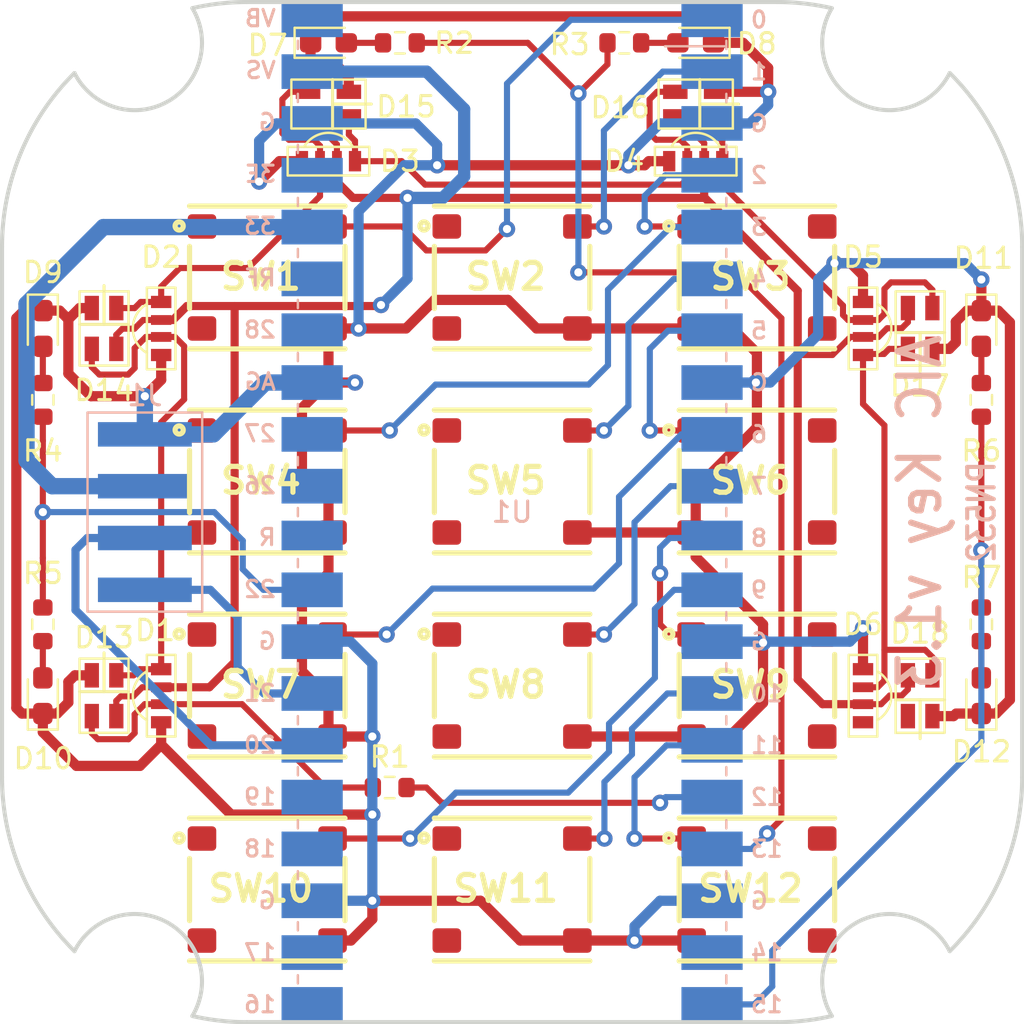
<source format=kicad_pcb>
(kicad_pcb (version 20221018) (generator pcbnew)
  (title_block (title "AIC Pico with PN532"))
  (layers (0 "F.Cu" signal) (31 "B.Cu" signal) (34 "B.Paste" user) (35 "F.Paste" user) (36 "B.SilkS" user "B.Silkscreen") (37 "F.SilkS" user "F.Silkscreen") (38 "B.Mask" user) (39 "F.Mask" user) (44 "Edge.Cuts" user))
  (net 0 "")
  (net 1 "+5V")
  (net 2 "GND")
  (net 3 "+3V3")
  (net 4 "Net-(D7-A)")
  (net 5 "/L1")
  (net 6 "/L2")
  (net 7 "Net-(D8-A)")
  (net 8 "Net-(D9-A)")
  (net 9 "/L3")
  (net 10 "Net-(D10-A)")
  (net 11 "Net-(D11-A)")
  (net 12 "/L4")
  (net 13 "Net-(D12-A)")
  (net 14 "/L5")
  (net 15 "Net-(U1-GPIO12)")
  (net 16 "/L6")
  (net 17 "Net-(U1-GPIO22)")
  (net 19 "Net-(U1-GPIO15)")
  (net 23 "Net-(U1-GPIO13)")
  (net 24 "Net-(U1-GPIO0)")
  (net 29 "Net-(U1-GPIO1)")
  (net 30 "Net-(U1-GPIO2)")
  (net 41 "Net-(U1-GPIO3)")
  (net 42 "Net-(U1-GPIO4)")
  (net 44 "Net-(U1-GPIO5)")
  (net 47 "Net-(U1-GPIO6)")
  (net 48 "Net-(U1-GPIO7)")
  (net 49 "Net-(U1-GPIO8)")
  (net 52 "Net-(U1-GPIO9)")
  (net 53 "Net-(U1-GPIO10)")
  (net 54 "Net-(U1-GPIO11)")
  (net 59 "Net-(J1-SDA)")
  (net 60 "Net-(J1-SCL)")
  (footprint "aic_pico:SKRR" (layer "F.Cu") (at 147.32 131.9)
    (fp_text reference "SW12")
    (fp_text value "SKRR_4pin" hide)
  )
  (footprint "aic_pico:WS2812B-1204" (layer "F.Cu") (at 144.32 96.2 180)
    (fp_text reference "D4")
    (fp_text value "WS2812B_Unified" hide)
  )
  (footprint "aic_pico:SKRR" (layer "F.Cu") (at 123.32 101.9)
    (fp_text reference "SW1")
    (fp_text value "SKRR_4pin" hide)
  )
  (footprint "aic_pico:SKRR" (layer "F.Cu") (at 135.32 101.9)
    (fp_text reference "SW2")
    (fp_text value "SKRR_4pin" hide)
  )
  (footprint "LED_SMD:LED_0603_1608Metric_Pad1.05x0.95mm_HandSolder" (layer "F.Cu") (at 126.32 90.4)
    (fp_text reference "D7")
    (fp_text value "LED" hide)
  )
  (footprint "aic_pico:WS2812C-2020" (layer "F.Cu") (at 155.32 104.4 90)
    (fp_text reference "D17")
    (fp_text value "WS2812B_Unified" hide)
  )
  (footprint "aic_pico:WS2812B-1204" (layer "F.Cu") (at 152.52 104.4 90)
    (fp_text reference "D5")
    (fp_text value "WS2812B_Unified" hide)
  )
  (footprint "aic_pico:SKRR" (layer "F.Cu") (at 135.32 121.9)
    (fp_text reference "SW8")
    (fp_text value "SKRR_4pin" hide)
  )
  (footprint "aic_pico:WS2812B-1204" (layer "F.Cu") (at 126.32 96.2 180)
    (fp_text reference "D3")
    (fp_text value "WS2812B_Unified" hide)
  )
  (footprint "Resistor_SMD:R_0603_1608Metric" (layer "F.Cu") (at 140.82 90.4 180)
    (fp_text reference "R3")
    (fp_text value "1k" hide)
  )
  (footprint "aic_pico:SKRR" (layer "F.Cu") (at 147.32 121.9)
    (fp_text reference "SW9")
    (fp_text value "SKRR_4pin" hide)
  )
  (footprint "aic_pico:WS2812C-2020" (layer "F.Cu") (at 155.32 122.4 90)
    (fp_text reference "D18")
    (fp_text value "WS2812B_Unified" hide)
  )
  (footprint "aic_pico:SKRR" (layer "F.Cu") (at 135.32 131.9)
    (fp_text reference "SW11")
    (fp_text value "SKRR_4pin" hide)
  )
  (footprint "Resistor_SMD:R_0603_1608Metric" (layer "F.Cu") (at 158.32 107.9 -90)
    (fp_text reference "R6")
    (fp_text value "1k" hide)
  )
  (footprint "aic_pico:SKRR" (layer "F.Cu") (at 123.32 121.9)
    (fp_text reference "SW7")
    (fp_text value "SKRR_4pin" hide)
  )
  (footprint "aic_pico:WS2812B-1204" (layer "F.Cu") (at 118.12 122.4 -90)
    (fp_text reference "D1")
    (fp_text value "WS2812B_Unified" hide)
  )
  (footprint "Resistor_SMD:R_0603_1608Metric" (layer "F.Cu") (at 112.32 107.9 -90)
    (fp_text reference "R4")
    (fp_text value "1k" hide)
  )
  (footprint "Resistor_SMD:R_0603_1608Metric" (layer "F.Cu") (at 158.32 118.9 90)
    (fp_text reference "R7")
    (fp_text value "1k" hide)
  )
  (footprint "LED_SMD:LED_0603_1608Metric_Pad1.05x0.95mm_HandSolder" (layer "F.Cu") (at 158.32 122.4 90)
    (fp_text reference "D12")
    (fp_text value "LED" hide)
  )
  (footprint "LED_SMD:LED_0603_1608Metric_Pad1.05x0.95mm_HandSolder" (layer "F.Cu") (at 158.32 104.4 -90)
    (fp_text reference "D11")
    (fp_text value "LED" hide)
  )
  (footprint "aic_pico:WS2812C-2020" (layer "F.Cu") (at 126.32 93.4 180)
    (fp_text reference "D15")
    (fp_text value "WS2812B_Unified" hide)
  )
  (footprint "aic_pico:SKRR" (layer "F.Cu") (at 123.32 131.9)
    (fp_text reference "SW10")
    (fp_text value "SKRR_4pin" hide)
  )
  (footprint "LED_SMD:LED_0603_1608Metric_Pad1.05x0.95mm_HandSolder" (layer "F.Cu") (at 144.32 90.4 180)
    (fp_text reference "D8")
    (fp_text value "LED" hide)
  )
  (footprint "Resistor_SMD:R_0603_1608Metric" (layer "F.Cu") (at 129.32 126.9)
    (fp_text reference "R1")
    (fp_text value "10" hide)
  )
  (footprint "aic_pico:SKRR" (layer "F.Cu") (at 147.32 101.9)
    (fp_text reference "SW3")
    (fp_text value "SKRR_4pin" hide)
  )
  (footprint "Resistor_SMD:R_0603_1608Metric" (layer "F.Cu") (at 112.32 118.9 90)
    (fp_text reference "R5")
    (fp_text value "1k" hide)
  )
  (footprint "aic_pico:SKRR" (layer "F.Cu") (at 135.32 111.9)
    (fp_text reference "SW5")
    (fp_text value "SKRR_4pin" hide)
  )
  (footprint "Resistor_SMD:R_0603_1608Metric" (layer "F.Cu") (at 129.82 90.4)
    (fp_text reference "R2")
    (fp_text value "1k" hide)
  )
  (footprint "aic_pico:SKRR" (layer "F.Cu") (at 147.32 111.9)
    (fp_text reference "SW6")
    (fp_text value "SKRR_4pin" hide)
  )
  (footprint "aic_pico:WS2812C-2020" (layer "F.Cu") (at 115.32 104.4 -90)
    (fp_text reference "D14")
    (fp_text value "WS2812B_Unified" hide)
  )
  (footprint "aic_pico:WS2812C-2020" (layer "F.Cu") (at 144.32 93.4 180)
    (fp_text reference "D16")
    (fp_text value "WS2812B_Unified" hide)
  )
  (footprint "aic_pico:WS2812C-2020" (layer "F.Cu") (at 115.32 122.4 -90)
    (fp_text reference "D13")
    (fp_text value "WS2812B_Unified" hide)
  )
  (footprint "LED_SMD:LED_0603_1608Metric_Pad1.05x0.95mm_HandSolder" (layer "F.Cu") (at 112.32 122.4 90)
    (fp_text reference "D10")
    (fp_text value "LED" hide)
  )
  (footprint "aic_pico:WS2812B-1204" (layer "F.Cu") (at 152.52 122.4 90)
    (fp_text reference "D6")
    (fp_text value "WS2812B_Unified" hide)
  )
  (footprint "aic_pico:SKRR" (layer "F.Cu") (at 123.32 111.9)
    (fp_text reference "SW4")
    (fp_text value "SKRR_4pin" hide)
  )
  (footprint "LED_SMD:LED_0603_1608Metric_Pad1.05x0.95mm_HandSolder" (layer "F.Cu") (at 112.32 104.4 -90)
    (fp_text reference "D9")
    (fp_text value "LED" hide)
  )
  (footprint "aic_pico:WS2812B-1204" (layer "F.Cu") (at 118.12 104.4 -90)
    (fp_text reference "D2")
    (fp_text value "WS2812B_Unified" hide)
  )
  (footprint "aic_pico:pn532_conn" (layer "B.Cu") (at 117.32 113.4 180)
    (fp_text reference "J1")
    (fp_text value "PN532" hide)
  )
  (footprint "aic_pico:RPi_Pico_SMD_No_USB" (layer "B.Cu") (at 135.32 113.4 180)
    (fp_text reference "U1")
    (fp_text value "Pico_Trim")
  )
  (gr_line (start 148.32 138.399999) (end 122.32 138.399999) (stroke (width 0.2)) (layer "Edge.Cuts"))
  (gr_line (start 160.32 126.399999) (end 160.32 100.399999) (stroke (width 0.2)) (layer "Edge.Cuts"))
  (gr_arc (start 119.649044 88.701025) (mid 118.410332 93.29151) (end 113.870189 91.879395) (stroke (width 0.2)) (layer "Edge.Cuts"))
  (gr_arc (start 150.990956 138.098973) (mid 152.229668 133.508486) (end 156.769811 134.920603) (stroke (width 0.2)) (layer "Edge.Cuts"))
  (gr_arc (start 110.32 100.399999) (mid 111.243048 95.784684) (end 113.870189 91.879395) (stroke (width 0.2)) (layer "Edge.Cuts"))
  (gr_arc (start 113.870189 134.920603) (mid 111.243048 131.015314) (end 110.32 126.399999) (stroke (width 0.2)) (layer "Edge.Cuts"))
  (gr_arc (start 122.32 138.399999) (mid 120.976067 138.324505) (end 119.649044 138.098973) (stroke (width 0.2)) (layer "Edge.Cuts"))
  (gr_arc (start 156.769811 91.879395) (mid 159.396952 95.784684) (end 160.32 100.399999) (stroke (width 0.2)) (layer "Edge.Cuts"))
  (gr_arc (start 160.32 126.399999) (mid 159.396952 131.015314) (end 156.769811 134.920603) (stroke (width 0.2)) (layer "Edge.Cuts"))
  (gr_arc (start 156.769811 91.879395) (mid 152.229668 93.291511) (end 150.990956 88.701025) (stroke (width 0.2)) (layer "Edge.Cuts"))
  (gr_arc (start 150.990956 138.098973) (mid 149.663933 138.324505) (end 148.32 138.399999) (stroke (width 0.2)) (layer "Edge.Cuts"))
  (gr_arc (start 113.870189 134.920603) (mid 118.410332 133.508487) (end 119.649044 138.098973) (stroke (width 0.2)) (layer "Edge.Cuts"))
  (gr_line (start 148.32 88.399999) (end 122.32 88.399999) (stroke (width 0.2)) (layer "Edge.Cuts"))
  (gr_line (start 110.32 126.399999) (end 110.32 100.399999) (stroke (width 0.2)) (layer "Edge.Cuts"))
  (gr_arc (start 148.32 88.399999) (mid 149.663933 88.475493) (end 150.990956 88.701025) (stroke (width 0.2)) (layer "Edge.Cuts"))
  (gr_arc (start 119.649044 88.701025) (mid 120.976067 88.475493) (end 122.32 88.399999) (stroke (width 0.2)) (layer "Edge.Cuts"))
  (gr_text "AIC Key v1.3" (at 156.47 113.4 90) (layer "B.SilkS") (effects (font (size 2 1.8) (thickness 0.3)) (justify bottom mirror)))
  (gr_text "PN532" (at 159.095 113.4 90) (layer "B.SilkS") (effects (font (size 1.3 1) (thickness 0.2) bold) (justify bottom mirror)))
  (segment (start 118.12 121.985) (end 117.195 121.985) (width 0.3) (layer "F.Cu") (net 1))
  (segment (start 126.735 97.215) (end 127.52 98) (width 0.4) (layer "F.Cu") (net 1))
  (segment (start 118.12 103.985) (end 117.235 103.985) (width 0.3) (layer "F.Cu") (net 1))
  (segment (start 127.52 98) (end 144.7 98) (width 0.4) (layer "F.Cu") (net 1))
  (segment (start 126.31 94.955) (end 126.31 94.3) (width 0.3) (layer "F.Cu") (net 1))
  (segment (start 126.01 94) (end 125.32 94) (width 0.3) (layer "F.Cu") (net 1))
  (segment (start 115.92 122.65) (end 115.92 123.4) (width 0.3) (layer "F.Cu") (net 1))
  (segment (start 152.52 104.815) (end 151.905 104.815) (width 0.3) (layer "F.Cu") (net 1))
  (segment (start 120.485 121.985) (end 121.72 120.75) (width 0.4) (layer "F.Cu") (net 1))
  (segment (start 126.31 94.3) (end 126.01 94) (width 0.3) (layer "F.Cu") (net 1))
  (segment (start 154.72 122.09) (end 154.72 121.4) (width 0.3) (layer "F.Cu") (net 1))
  (segment (start 153.275 104.815) (end 153.7 104.39) (width 0.3) (layer "F.Cu") (net 1))
  (segment (start 144.735 97.965) (end 149.32 102.55) (width 0.4) (layer "F.Cu") (net 1))
  (segment (start 151.02 105.7) (end 149.32 105.7) (width 0.3) (layer "F.Cu") (net 1))
  (segment (start 151.905 104.815) (end 151.02 105.7) (width 0.3) (layer "F.Cu") (net 1))
  (segment (start 115.92 104.71) (end 115.92 105.4) (width 0.3) (layer "F.Cu") (net 1))
  (segment (start 117.195 121.985) (end 116.75 122.43) (width 0.3) (layer "F.Cu") (net 1))
  (segment (start 144.735 96.2) (end 144.735 97.965) (width 0.4) (layer "F.Cu") (net 1))
  (segment (start 153.83 122.39) (end 154.42 122.39) (width 0.3) (layer "F.Cu") (net 1))
  (segment (start 150.535 122.815) (end 149.32 121.6) (width 0.4) (layer "F.Cu") (net 1))
  (segment (start 118.12 103.985) (end 118.697462 103.985) (width 0.4) (layer "F.Cu") (net 1))
  (segment (start 144.31 94.89) (end 144.31 94.3) (width 0.3) (layer "F.Cu") (net 1))
  (segment (start 144.31 94.3) (end 144.01 94) (width 0.3) (layer "F.Cu") (net 1))
  (segment (start 152.52 104.815) (end 153.275 104.815) (width 0.3) (layer "F.Cu") (net 1))
  (segment (start 126.735 95.38) (end 126.31 94.955) (width 0.3) (layer "F.Cu") (net 1))
  (segment (start 116.14 122.43) (end 115.92 122.65) (width 0.3) (layer "F.Cu") (net 1))
  (segment (start 118.12 121.985) (end 120.485 121.985) (width 0.4) (layer "F.Cu") (net 1))
  (segment (start 126.735 96.2) (end 126.735 97.215) (width 0.4) (layer "F.Cu") (net 1))
  (segment (start 116.81 104.41) (end 116.22 104.41) (width 0.3) (layer "F.Cu") (net 1))
  (segment (start 126.735 96.2) (end 126.735 95.38) (width 0.3) (layer "F.Cu") (net 1))
  (segment (start 149.32 102.55) (end 149.32 105.7) (width 0.4) (layer "F.Cu") (net 1))
  (segment (start 116.22 104.41) (end 115.92 104.71) (width 0.3) (layer "F.Cu") (net 1))
  (segment (start 144.735 96.2) (end 144.735 95.315) (width 0.3) (layer "F.Cu") (net 1))
  (segment (start 154.42 104.39) (end 154.72 104.09) (width 0.3) (layer "F.Cu") (net 1))
  (segment (start 152.52 122.815) (end 153.405 122.815) (width 0.3) (layer "F.Cu") (net 1))
  (segment (start 116.75 122.43) (end 116.14 122.43) (width 0.3) (layer "F.Cu") (net 1))
  (segment (start 154.42 122.39) (end 154.72 122.09) (width 0.3) (layer "F.Cu") (net 1))
  (segment (start 144.735 95.315) (end 144.31 94.89) (width 0.3) (layer "F.Cu") (net 1))
  (segment (start 121.72 120.75) (end 121.72 103.3) (width 0.4) (layer "F.Cu") (net 1))
  (segment (start 118.697462 103.985) (end 119.382462 103.3) (width 0.4) (layer "F.Cu") (net 1))
  (segment (start 144.01 94) (end 143.32 94) (width 0.3) (layer "F.Cu") (net 1))
  (segment (start 117.235 103.985) (end 116.81 104.41) (width 0.3) (layer "F.Cu") (net 1))
  (segment (start 128.845 103.3) (end 128.895 103.25) (width 0.4) (layer "F.Cu") (net 1))
  (segment (start 152.52 122.815) (end 150.535 122.815) (width 0.4) (layer "F.Cu") (net 1))
  (segment (start 149.32 121.6) (end 149.32 105.7) (width 0.4) (layer "F.Cu") (net 1))
  (segment (start 119.382462 103.3) (end 128.845 103.3) (width 0.4) (layer "F.Cu") (net 1))
  (segment (start 153.7 104.39) (end 154.42 104.39) (width 0.3) (layer "F.Cu") (net 1))
  (segment (start 154.72 104.09) (end 154.72 103.4) (width 0.3) (layer "F.Cu") (net 1))
  (segment (start 153.405 122.815) (end 153.83 122.39) (width 0.3) (layer "F.Cu") (net 1))
  (via (at 128.895 103.25) (size 0.8) (drill 0.4) (layers "F.Cu" "B.Cu") (net 1))
  (via (at 130.195 98) (size 0.8) (drill 0.4) (layers "F.Cu" "B.Cu") (net 1))
  (segment (start 130.195 101.95) (end 130.195 98) (width 0.5) (layer "B.Cu") (net 1))
  (segment (start 131.13 91.81) (end 125.52 91.81) (width 0.6) (layer "B.Cu") (net 1))
  (segment (start 131.92 98) (end 132.97 96.95) (width 0.6) (layer "B.Cu") (net 1))
  (segment (start 128.895 103.25) (end 130.195 101.95) (width 0.5) (layer "B.Cu") (net 1))
  (segment (start 130.195 98) (end 131.92 98) (width 0.6) (layer "B.Cu") (net 1))
  (segment (start 132.97 96.95) (end 132.97 93.65) (width 0.6) (layer "B.Cu") (net 1))
  (segment (start 132.97 93.65) (end 131.13 91.81) (width 0.6) (layer "B.Cu") (net 1))
  (segment (start 125.02 111.4) (end 126.32 112.7) (width 0.5) (layer "F.Cu") (net 2))
  (segment (start 127.42 134.4) (end 126.32 134.4) (width 0.5) (layer "F.Cu") (net 2))
  (segment (start 125.02 117.7) (end 125.02 121.2) (width 0.5) (layer "F.Cu") (net 2))
  (segment (start 117.32 107.72) (end 114.68 107.72) (width 0.5) (layer "F.Cu") (net 2))
  (segment (start 142.02 96.2) (end 143.02 96.2) (width 0.5) (layer "F.Cu") (net 2))
  (segment (start 128.47 124.4) (end 126.32 124.4) (width 0.5) (layer "F.Cu") (net 2))
  (segment (start 125.445 90.4) (end 125.445 89.575) (width 0.5) (layer "F.Cu") (net 2))
  (segment (start 111.02 103.9) (end 111.02 123) (width 0.5) (layer "F.Cu") (net 2))
  (segment (start 147.62 118.9) (end 147.62 122.75) (width 0.5) (layer "F.Cu") (net 2))
  (segment (start 127.315 92.8) (end 127.315 92.095) (width 0.5) (layer "F.Cu") (net 2))
  (segment (start 136.52 104.4) (end 138.32 104.4) (width 0.5) (layer "F.Cu") (net 2))
  (segment (start 118.12 106.92) (end 117.32 107.72) (width 0.5) (layer "F.Cu") (net 2))
  (segment (start 112.32 123.275) (end 113.025 123.275) (width 0.5) (layer "F.Cu") (net 2))
  (segment (start 121.545 128.225) (end 118.12 124.8) (width 0.5) (layer "F.Cu") (net 2))
  (segment (start 157.07 104.07) (end 157.07 105.08) (width 0.5) (layer "F.Cu") (net 2))
  (segment (start 144.32 114.4) (end 138.32 114.4) (width 0.5) (layer "F.Cu") (net 2))
  (segment (start 125.92 89.1) (end 144.72 89.1) (width 0.5) (layer "F.Cu") (net 2))
  (segment (start 118.12 105.7) (end 118.12 106.92) (width 0.5) (layer "F.Cu") (net 2))
  (segment (start 147.87 92.8) (end 145.32 92.8) (width 0.5) (layer "F.Cu") (net 2))
  (segment (start 141.82 96.4) (end 142.02 96.2) (width 0.5) (layer "F.Cu") (net 2))
  (segment (start 158.32 103.525) (end 159.145 103.525) (width 0.5) (layer "F.Cu") (net 2))
  (segment (start 113.57 103.95) (end 114.12 103.4) (width 0.5) (layer "F.Cu") (net 2))
  (segment (start 113.89 121.4) (end 114.72 121.4) (width 0.5) (layer "F.Cu") (net 2))
  (segment (start 126.32 122.5) (end 126.32 124.4) (width 0.5) (layer "F.Cu") (net 2))
  (segment (start 144.72 89.1) (end 145.195 89.575) (width 0.5) (layer "F.Cu") (net 2))
  (segment (start 147.87 92.8) (end 147.87 91.63) (width 0.5) (layer "F.Cu") (net 2))
  (segment (start 128.47 132.45) (end 128.47 133.35) (width 0.5) (layer "F.Cu") (net 2))
  (segment (start 126.32 114.4) (end 126.32 116.4) (width 0.5) (layer "F.Cu") (net 2))
  (segment (start 128.47 128.225) (end 121.545 128.225) (width 0.5) (layer "F.Cu") (net 2))
  (segment (start 126.32 116.4) (end 125.02 117.7) (width 0.5) (layer "F.Cu") (net 2))
  (segment (start 158.32 123.275) (end 157.085 123.275) (width 0.5) (layer "F.Cu") (net 2))
  (segment (start 111.295 123.275) (end 112.32 123.275) (width 0.5) (layer "F.Cu") (net 2))
  (segment (start 126.77 91.55) (end 125.76 91.55) (width 0.5) (layer "F.Cu") (net 2))
  (segment (start 127.315 92.095) (end 126.77 91.55) (width 0.5) (layer "F.Cu") (net 2))
  (segment (start 113.145 103.525) (end 112.32 103.525) (width 0.5) (layer "F.Cu") (net 2))
  (segment (start 125.02 108.3) (end 125.02 111.4) (width 0.5) (layer "F.Cu") (net 2))
  (segment (start 122.92 97.2) (end 123.92 96.2) (width 0.5) (layer "F.Cu") (net 2))
  (segment (start 141.32 134.4) (end 144.32 134.4) (width 0.5) (layer "F.Cu") (net 2))
  (segment (start 135.72 134.4) (end 138.32 134.4) (width 0.5) (layer "F.Cu") (net 2))
  (segment (start 159.72 122.6) (end 159.045 123.275) (width 0.5) (layer "F.Cu") (net 2))
  (segment (start 126.32 112.7) (end 126.32 114.4) (width 0.5) (layer "F.Cu") (net 2))
  (segment (start 112.32 124.19) (end 112.32 123.275) (width 0.5) (layer "F.Cu") (net 2))
  (segment (start 144.32 112.25) (end 144.32 114.4) (width 0.5) (layer "F.Cu") (net 2))
  (segment (start 111.395 103.525) (end 111.02 103.9) (width 0.5) (layer "F.Cu") (net 2))
  (segment (start 113.57 106.61) (end 113.57 103.95) (width 0.5) (layer "F.Cu") (net 2))
  (segment (start 127.795 104.4) (end 130.12 104.4) (width 0.5) (layer "F.Cu") (net 2))
  (segment (start 114.68 107.72) (end 113.57 106.61) (width 0.5) (layer "F.Cu") (net 2))
  (segment (start 146.64 90.4) (end 145.195 90.4) (width 0.5) (layer "F.Cu") (net 2))
  (segment (start 133.77 132.45) (end 135.72 134.4) (width 0.5) (layer "F.Cu") (net 2))
  (segment (start 145.195 89.575) (end 145.195 90.4) (width 0.5) (layer "F.Cu") (net 2))
  (segment (start 131.52 103) (end 135.12 103) (width 0.5) (layer "F.Cu") (net 2))
  (segment (start 157.085 123.275) (end 156.96 123.4) (width 0.5) (layer "F.Cu") (net 2))
  (segment (start 156.75 105.4) (end 155.92 105.4) (width 0.5) (layer "F.Cu") (net 2))
  (segment (start 125.02 121.2) (end 126.32 122.5) (width 0.5) (layer "F.Cu") (net 2))
  (segment (start 113.57 103.95) (end 113.145 103.525) (width 0.5) (layer "F.Cu") (net 2))
  (segment (start 144.32 124.4) (end 138.32 124.4) (width 0.5) (layer "F.Cu") (net 2))
  (segment (start 159.045 123.275) (end 158.32 123.275) (width 0.5) (layer "F.Cu") (net 2))
  (segment (start 157.615 103.525) (end 157.07 104.07) (width 0.5) (layer "F.Cu") (net 2))
  (segment (start 125.445 89.575) (end 125.92 89.1) (width 0.5) (layer "F.Cu") (net 2))
  (segment (start 135.12 103) (end 136.52 104.4) (width 0.5) (layer "F.Cu") (net 2))
  (segment (start 118.12 124.8) (end 118.12 123.7) (width 0.5) (layer "F.Cu") (net 2))
  (segment (start 144.32 104.4) (end 146.12 104.4) (width 0.5) (layer "F.Cu") (net 2))
  (segment (start 152.52 101.8) (end 152.52 103.1) (width 0.5) (layer "F.Cu") (net 2))
  (segment (start 118.12 124.8) (end 117.08 125.84) (width 0.5) (layer "F.Cu") (net 2))
  (segment (start 114.12 103.4) (end 114.72 103.4) (width 0.5) (layer "F.Cu") (net 2))
  (segment (start 151.92 101.2) (end 152.52 101.8) (width 0.5) (layer "F.Cu") (net 2))
  (segment (start 141.02 96.4) (end 131.645 96.4) (width 0.5) (layer "F.Cu") (net 2))
  (segment (start 126.32 104.4) (end 127.795 104.4) (width 0.5) (layer "F.Cu") (net 2))
  (segment (start 151.12 101.2) (end 151.92 101.2) (width 0.5) (layer "F.Cu") (net 2))
  (segment (start 130.12 104.4) (end 131.52 103) (width 0.5) (layer "F.Cu") (net 2))
  (segment (start 111.02 123) (end 111.295 123.275) (width 0.5) (layer "F.Cu") (net 2))
  (segment (start 126.32 107) (end 126.37 107.05) (width 0.5) (layer "F.Cu") (net 2))
  (segment (start 113.97 125.84) (end 112.32 124.19) (width 0.5) (layer "F.Cu") (net 2))
  (segment (start 157.07 105.08) (end 156.75 105.4) (width 0.5) (layer "F.Cu") (net 2))
  (segment (start 158.32 102) (end 158.32 103.525) (width 0.5) (layer "F.Cu") (net 2))
  (segment (start 113.57 122.73) (end 113.57 121.72) (width 0.5) (layer "F.Cu") (net 2))
  (segment (start 138.32 134.4) (end 141.32 134.4) (width 0.5) (layer "F.Cu") (net 2))
  (segment (start 128.47 133.35) (end 127.42 134.4) (width 0.5) (layer "F.Cu") (net 2))
  (segment (start 125.76 91.55) (end 125.44 91.23) (width 0.5) (layer "F.Cu") (net 2))
  (segment (start 138.32 104.4) (end 144.32 104.4) (width 0.5) (layer "F.Cu") (net 2))
  (segment (start 147.32 109.25) (end 144.32 112.25) (width 0.5) (layer "F.Cu") (net 2))
  (segment (start 156.96 123.4) (end 155.92 123.4) (width 0.5) (layer "F.Cu") (net 2))
  (segment (start 145.97 124.4) (end 144.32 124.4) (width 0.5) (layer "F.Cu") (net 2))
  (segment (start 126.32 104.4) (end 126.32 107) (width 0.5) (layer "F.Cu") (net 2))
  (segment (start 146.12 104.4) (end 147.32 105.6) (width 0.5) (layer "F.Cu") (net 2))
  (segment (start 147.87 91.63) (end 146.64 90.4) (width 0.5) (layer "F.Cu") (net 2))
  (segment (start 128.47 132.45) (end 133.77 132.45) (width 0.5) (layer "F.Cu") (net 2))
  (segment (start 147.32 105.6) (end 147.32 109.25) (width 0.5) (layer "F.Cu") (net 2))
  (segment (start 158.32 103.525) (end 157.615 103.525) (width 0.5) (layer "F.Cu") (net 2))
  (segment (start 117.08 125.84) (end 113.97 125.84) (width 0.5) (layer "F.Cu") (net 2))
  (segment (start 125.44 91.23) (end 125.44 90.4) (width 0.5) (layer "F.Cu") (net 2))
  (segment (start 144.32 114.4) (end 144.32 115.6) (width 0.5) (layer "F.Cu") (net 2))
  (segment (start 123.92 96.2) (end 125.02 96.2) (width 0.5) (layer "F.Cu") (net 2))
  (segment (start 147.62 122.75) (end 145.97 124.4) (width 0.5) (layer "F.Cu") (net 2))
  (segment (start 159.145 103.525) (end 159.72 104.1) (width 0.5) (layer "F.Cu") (net 2))
  (segment (start 113.57 121.72) (end 113.89 121.4) (width 0.5) (layer "F.Cu") (net 2))
  (segment (start 112.32 103.525) (end 111.395 103.525) (width 0.5) (layer "F.Cu") (net 2))
  (segment (start 152.52 119.1) (end 152.52 121.1) (width 0.5) (layer "F.Cu") (net 2))
  (segment (start 144.32 115.6) (end 147.62 118.9) (width 0.5) (layer "F.Cu") (net 2))
  (segment (start 141.02 96.4) (end 141.82 96.4) (width 0.5) (layer "F.Cu") (net 2))
  (segment (start 126.32 107) (end 125.02 108.3) (width 0.5) (layer "F.Cu") (net 2))
  (segment (start 126.37 107.05) (end 127.62 107.05) (width 0.5) (layer "F.Cu") (net 2))
  (segment (start 159.72 104.1) (end 159.72 122.6) (width 0.5) (layer "F.Cu") (net 2))
  (segment (start 113.025 123.275) (end 113.57 122.73) (width 0.5) (layer "F.Cu") (net 2))
  (via (at 117.32 107.72) (size 0.8) (drill 0.4) (layers "F.Cu" "B.Cu") (net 2))
  (via (at 127.62 107.05) (size 0.8) (drill 0.4) (layers "F.Cu" "B.Cu") (net 2))
  (via (at 158.32 102) (size 0.8) (drill 0.4) (layers "F.Cu" "B.Cu") (net 2))
  (via (at 147.27 107.05) (size 0.8) (drill 0.4) (layers "F.Cu" "B.Cu") (net 2))
  (via (at 141.02 96.4) (size 0.8) (drill 0.4) (layers "F.Cu" "B.Cu") (net 2))
  (via (at 122.92 97.2) (size 0.8) (drill 0.4) (layers "F.Cu" "B.Cu") (net 2))
  (via (at 128.47 128.225) (size 0.8) (drill 0.4) (layers "F.Cu" "B.Cu") (net 2))
  (via (at 128.47 132.45) (size 0.8) (drill 0.4) (layers "F.Cu" "B.Cu") (net 2))
  (via (at 141.32 134.4) (size 0.8) (drill 0.4) (layers "F.Cu" "B.Cu") (net 2))
  (via (at 131.645 96.4) (size 0.8) (drill 0.4) (layers "F.Cu" "B.Cu") (net 2))
  (via (at 147.87 92.8) (size 0.8) (drill 0.4) (layers "F.Cu" "B.Cu") (net 2))
  (via (at 152.52 119.1) (size 0.8) (drill 0.4) (layers "F.Cu" "B.Cu") (net 2))
  (via (at 151.12 101.2) (size 0.8) (drill 0.4) (layers "F.Cu" "B.Cu") (net 2))
  (via (at 128.47 124.4) (size 0.8) (drill 0.4) (layers "F.Cu" "B.Cu") (net 2))
  (via (at 127.795 104.4) (size 0.8) (drill 0.4) (layers "F.Cu" "B.Cu") (net 2))
  (via (at 147.62 119.8) (size 0.8) (drill 0.4) (layers "F.Cu" "B.Cu") (net 2))
  (segment (start 120.68 109.59) (end 123.22 107.05) (width 0.8) (layer "B.Cu") (net 2))
  (segment (start 117.32 109.59) (end 120.68 109.59) (width 0.8) (layer "B.Cu") (net 2))
  (segment (start 131.645 96.4) (end 131.645 95.4) (width 0.5) (layer "B.Cu") (net 2))
  (segment (start 123.22 107.05) (end 125.52 107.05) (width 0.8) (layer "B.Cu") (net 2))
  (segment (start 145.12 107.05) (end 147.97 107.05) (width 0.5) (layer "B.Cu") (net 2))
  (segment (start 145.12 132.45) (end 142.57 132.45) (width 0.5) (layer "B.Cu") (net 2))
  (segment (start 128.445 132.45) (end 128.47 132.425) (width 0.5) (layer "B.Cu") (net 2))
  (segment (start 125.52 132.45) (end 128.445 132.45) (width 0.5) (layer "B.Cu") (net 2))
  (segment (start 117.32 107.72) (end 117.32 109.59) (width 0.8) (layer "B.Cu") (net 2))
  (segment (start 128.47 132.425) (end 128.47 128.225) (width 0.5) (layer "B.Cu") (net 2))
  (segment (start 157.52 101.2) (end 158.32 102) (width 0.5) (layer "B.Cu") (net 2))
  (segment (start 141.02 95.9) (end 141.02 96.4) (width 0.5) (layer "B.Cu") (net 2))
  (segment (start 147.87 93.45) (end 146.97 94.35) (width 0.5) (layer "B.Cu") (net 2))
  (segment (start 122.92 95.2) (end 123.77 94.35) (width 0.5) (layer "B.Cu") (net 2))
  (segment (start 127.795 98.65) (end 127.795 104.4) (width 0.5) (layer "B.Cu") (net 2))
  (segment (start 130.045 96.4) (end 127.795 98.65) (width 0.5) (layer "B.Cu") (net 2))
  (segment (start 147.87 92.8) (end 147.87 93.45) (width 0.5) (layer "B.Cu") (net 2))
  (segment (start 151.87 119.75) (end 145.12 119.75) (width 0.5) (layer "B.Cu") (net 2))
  (segment (start 128.47 124.4) (end 128.47 120.825) (width 0.5) (layer "B.Cu") (net 2))
  (segment (start 151.12 101.2) (end 157.52 101.2) (width 0.5) (layer "B.Cu") (net 2))
  (segment (start 122.92 97.2) (end 122.92 95.2) (width 0.5) (layer "B.Cu") (net 2))
  (segment (start 142.57 94.35) (end 141.02 95.9) (width 0.5) (layer "B.Cu") (net 2))
  (segment (start 142.57 132.45) (end 141.32 133.7) (width 0.5) (layer "B.Cu") (net 2))
  (segment (start 147.97 107.05) (end 150.32 104.7) (width 0.5) (layer "B.Cu") (net 2))
  (segment (start 152.52 119.1) (end 151.87 119.75) (width 0.5) (layer "B.Cu") (net 2))
  (segment (start 128.47 128.225) (end 128.47 124.4) (width 0.5) (layer "B.Cu") (net 2))
  (segment (start 128.47 120.825) (end 127.395 119.75) (width 0.5) (layer "B.Cu") (net 2))
  (segment (start 146.97 94.35) (end 145.12 94.35) (width 0.5) (layer "B.Cu") (net 2))
  (segment (start 127.395 119.75) (end 125.52 119.75) (width 0.5) (layer "B.Cu") (net 2))
  (segment (start 130.595 94.35) (end 125.52 94.35) (width 0.5) (layer "B.Cu") (net 2))
  (segment (start 150.32 102) (end 151.12 101.2) (width 0.5) (layer "B.Cu") (net 2))
  (segment (start 150.32 104.7) (end 150.32 102) (width 0.5) (layer "B.Cu") (net 2))
  (segment (start 131.645 96.4) (end 130.045 96.4) (width 0.5) (layer "B.Cu") (net 2))
  (segment (start 145.12 94.35) (end 142.57 94.35) (width 0.5) (layer "B.Cu") (net 2))
  (segment (start 141.32 133.7) (end 141.32 134.4) (width 0.5) (layer "B.Cu") (net 2))
  (segment (start 123.77 94.35) (end 125.52 94.35) (width 0.5) (layer "B.Cu") (net 2))
  (segment (start 125.52 107.05) (end 127.62 107.05) (width 0.3) (layer "B.Cu") (net 2))
  (segment (start 131.645 95.4) (end 130.595 94.35) (width 0.5) (layer "B.Cu") (net 2))
  (segment (start 112.775 112.13) (end 117.32 112.13) (width 0.8) (layer "B.Cu") (net 3))
  (segment (start 125.52 99.43) (end 115.29 99.43) (width 0.8) (layer "B.Cu") (net 3))
  (segment (start 111.52 103.2) (end 111.52 110.875) (width 0.8) (layer "B.Cu") (net 3))
  (segment (start 111.52 110.875) (end 112.775 112.13) (width 0.8) (layer "B.Cu") (net 3))
  (segment (start 115.29 99.43) (end 111.52 103.2) (width 0.8) (layer "B.Cu") (net 3))
  (segment (start 128.995 90.4) (end 127.195 90.4) (width 0.3) (layer "F.Cu") (net 4))
  (segment (start 122.085 122.815) (end 126.17 126.9) (width 0.3) (layer "F.Cu") (net 5))
  (segment (start 114.72 124.235) (end 115.015 124.53) (width 0.3) (layer "F.Cu") (net 5))
  (segment (start 114.72 123.4) (end 114.72 124.235) (width 0.3) (layer "F.Cu") (net 5))
  (segment (start 126.17 126.9) (end 128.495 126.9) (width 0.3) (layer "F.Cu") (net 5))
  (segment (start 116.82 124.23) (end 116.82 123.31) (width 0.3) (layer "F.Cu") (net 5))
  (segment (start 115.015 124.53) (end 116.52 124.53) (width 0.3) (layer "F.Cu") (net 5))
  (segment (start 116.82 123.31) (end 117.315 122.815) (width 0.3) (layer "F.Cu") (net 5))
  (segment (start 117.315 122.815) (end 122.085 122.815) (width 0.3) (layer "F.Cu") (net 5))
  (segment (start 116.52 124.53) (end 116.82 124.23) (width 0.3) (layer "F.Cu") (net 5))
  (segment (start 115.09 106.66) (end 114.72 106.29) (width 0.3) (layer "F.Cu") (net 6))
  (segment (start 117.37 104.815) (end 116.82 105.365) (width 0.3) (layer "F.Cu") (net 6))
  (segment (start 118.795 104.815) (end 117.37 104.815) (width 0.3) (layer "F.Cu") (net 6))
  (segment (start 117.07 121.1) (end 116.77 121.4) (width 0.3) (layer "F.Cu") (net 6))
  (segment (start 118.12 109) (end 119.245 107.875) (width 0.3) (layer "F.Cu") (net 6))
  (segment (start 116.5 106.66) (end 115.09 106.66) (width 0.3) (layer "F.Cu") (net 6))
  (segment (start 116.77 121.4) (end 115.92 121.4) (width 0.3) (layer "F.Cu") (net 6))
  (segment (start 116.82 106.34) (end 116.5 106.66) (width 0.3) (layer "F.Cu") (net 6))
  (segment (start 116.82 105.365) (end 116.82 106.34) (width 0.3) (layer "F.Cu") (net 6))
  (segment (start 117.07 121.1) (end 118.12 121.1) (width 0.3) (layer "F.Cu") (net 6))
  (segment (start 119.245 107.875) (end 119.245 105.265) (width 0.3) (layer "F.Cu") (net 6))
  (segment (start 114.72 106.29) (end 114.72 105.4) (width 0.3) (layer "F.Cu") (net 6))
  (segment (start 118.12 121.1) (end 118.12 109) (width 0.3) (layer "F.Cu") (net 6))
  (segment (start 119.245 105.265) (end 118.795 104.815) (width 0.3) (layer "F.Cu") (net 6))
  (segment (start 143.445 90.4) (end 141.645 90.4) (width 0.3) (layer "F.Cu") (net 7))
  (segment (start 112.32 105.275) (end 112.32 107.075) (width 0.3) (layer "F.Cu") (net 8))
  (segment (start 124.06 93.17) (end 124.43 92.8) (width 0.3) (layer "F.Cu") (net 9))
  (segment (start 124.38 95.15) (end 124.06 94.83) (width 0.3) (layer "F.Cu") (net 9))
  (segment (start 124.06 94.83) (end 124.06 93.17) (width 0.3) (layer "F.Cu") (net 9))
  (segment (start 118.12 103.1) (end 118.12 102.35) (width 0.3) (layer "F.Cu") (net 9))
  (segment (start 125.605 95.15) (end 124.38 95.15) (width 0.3) (layer "F.Cu") (net 9))
  (segment (start 122.3825 101.4375) (end 125.905 97.915) (width 0.3) (layer "F.Cu") (net 9))
  (segment (start 116.82 103.4) (end 117.12 103.1) (width 0.3) (layer "F.Cu") (net 9))
  (segment (start 125.905 95.45) (end 125.605 95.15) (width 0.3) (layer "F.Cu") (net 9))
  (segment (start 119.0325 101.4375) (end 122.3825 101.4375) (width 0.3) (layer "F.Cu") (net 9))
  (segment (start 125.905 97.915) (end 125.905 95.45) (width 0.3) (layer "F.Cu") (net 9))
  (segment (start 115.92 103.4) (end 116.82 103.4) (width 0.3) (layer "F.Cu") (net 9))
  (segment (start 124.43 92.8) (end 125.32 92.8) (width 0.3) (layer "F.Cu") (net 9))
  (segment (start 117.12 103.1) (end 118.12 103.1) (width 0.3) (layer "F.Cu") (net 9))
  (segment (start 118.12 102.35) (end 119.0325 101.4375) (width 0.3) (layer "F.Cu") (net 9))
  (segment (start 112.32 119.725) (end 112.32 121.525) (width 0.3) (layer "F.Cu") (net 10))
  (segment (start 158.32 105.275) (end 158.32 107.075) (width 0.3) (layer "F.Cu") (net 11))
  (segment (start 131.0575 97.35) (end 143.62 97.35) (width 0.3) (layer "F.Cu") (net 12))
  (segment (start 142.38 95.15) (end 142.06 94.83) (width 0.3) (layer "F.Cu") (net 12))
  (segment (start 143.905 95.485) (end 143.57 95.15) (width 0.3) (layer "F.Cu") (net 12))
  (segment (start 143.57 95.15) (end 142.38 95.15) (width 0.3) (layer "F.Cu") (net 12))
  (segment (start 143.905 97.065) (end 143.905 95.485) (width 0.3) (layer "F.Cu") (net 12))
  (segment (start 127.32 94.9) (end 127.62 95.2) (width 0.3) (layer "F.Cu") (net 12))
  (segment (start 143.62 97.35) (end 143.905 97.065) (width 0.3) (layer "F.Cu") (net 12))
  (segment (start 127.62 96.2) (end 129.9075 96.2) (width 0.3) (layer "F.Cu") (net 12))
  (segment (start 129.9075 96.2) (end 131.0575 97.35) (width 0.3) (layer "F.Cu") (net 12))
  (segment (start 127.62 95.2) (end 127.62 96.2) (width 0.3) (layer "F.Cu") (net 12))
  (segment (start 142.06 94.83) (end 142.06 93.17) (width 0.3) (layer "F.Cu") (net 12))
  (segment (start 127.32 94) (end 127.32 94.9) (width 0.3) (layer "F.Cu") (net 12))
  (segment (start 142.06 93.17) (end 142.43 92.8) (width 0.3) (layer "F.Cu") (net 12))
  (segment (start 142.43 92.8) (end 143.32 92.8) (width 0.3) (layer "F.Cu") (net 12))
  (segment (start 158.32 119.725) (end 158.32 121.525) (width 0.3) (layer "F.Cu") (net 13))
  (segment (start 153.89 102.14) (end 155.55 102.14) (width 0.3) (layer "F.Cu") (net 14))
  (segment (start 153.27 103.985) (end 153.57 103.685) (width 0.3) (layer "F.Cu") (net 14))
  (segment (start 145.62 96.2) (end 145.62 97.36) (width 0.3) (layer "F.Cu") (net 14))
  (segment (start 155.92 102.51) (end 155.92 103.4) (width 0.3) (layer "F.Cu") (net 14))
  (segment (start 151.785 103.985) (end 153.27 103.985) (width 0.3) (layer "F.Cu") (net 14))
  (segment (start 151.54 103.74) (end 151.785 103.985) (width 0.3) (layer "F.Cu") (net 14))
  (segment (start 155.55 102.14) (end 155.92 102.51) (width 0.3) (layer "F.Cu") (net 14))
  (segment (start 145.62 96.2) (end 145.62 95.2) (width 0.3) (layer "F.Cu") (net 14))
  (segment (start 145.62 95.2) (end 145.32 94.9) (width 0.3) (layer "F.Cu") (net 14))
  (segment (start 145.32 94.9) (end 145.32 94) (width 0.3) (layer "F.Cu") (net 14))
  (segment (start 153.57 102.46) (end 153.89 102.14) (width 0.3) (layer "F.Cu") (net 14))
  (segment (start 151.54 103.28) (end 151.54 103.74) (width 0.3) (layer "F.Cu") (net 14))
  (segment (start 145.62 97.36) (end 151.54 103.28) (width 0.3) (layer "F.Cu") (net 14))
  (segment (start 153.57 103.685) (end 153.57 102.46) (width 0.3) (layer "F.Cu") (net 14))
  (segment (start 142.57 127.65) (end 131.87 127.65) (width 0.3) (layer "F.Cu") (net 15))
  (segment (start 131.12 126.9) (end 130.145 126.9) (width 0.3) (layer "F.Cu") (net 15))
  (segment (start 131.87 127.65) (end 131.12 126.9) (width 0.3) (layer "F.Cu") (net 15))
  (via (at 142.57 127.65) (size 0.8) (drill 0.4) (layers "F.Cu" "B.Cu") (net 15))
  (segment (start 142.57 127.65) (end 142.85 127.37) (width 0.3) (layer "B.Cu") (net 15))
  (segment (start 142.85 127.37) (end 145.12 127.37) (width 0.3) (layer "B.Cu") (net 15))
  (segment (start 153.55 105.65) (end 152.57 105.65) (width 0.3) (layer "F.Cu") (net 16))
  (segment (start 153.235 121.985) (end 152.32 121.985) (width 0.3) (layer "F.Cu") (net 16))
  (segment (start 152.52 105.7) (end 152.52 108.1) (width 0.3) (layer "F.Cu") (net 16))
  (segment (start 154.72 105.4) (end 153.8 105.4) (width 0.3) (layer "F.Cu") (net 16))
  (segment (start 152.52 108.1) (end 153.57 109.15) (width 0.3) (layer "F.Cu") (net 16))
  (segment (start 153.8 105.4) (end 153.55 105.65) (width 0.3) (layer "F.Cu") (net 16))
  (segment (start 153.57 120.15) (end 155.56 120.15) (width 0.3) (layer "F.Cu") (net 16))
  (segment (start 155.92 120.51) (end 155.92 121.4) (width 0.3) (layer "F.Cu") (net 16))
  (segment (start 153.57 121.65) (end 153.235 121.985) (width 0.3) (layer "F.Cu") (net 16))
  (segment (start 155.56 120.15) (end 155.92 120.51) (width 0.3) (layer "F.Cu") (net 16))
  (segment (start 153.57 109.15) (end 153.57 121.65) (width 0.3) (layer "F.Cu") (net 16))
  (segment (start 112.32 113.4) (end 112.32 115.65) (width 0.3) (layer "F.Cu") (net 17))
  (segment (start 112.32 109.9) (end 112.32 113.4) (width 0.3) (layer "F.Cu") (net 17))
  (segment (start 112.32 115.65) (end 112.32 118.075) (width 0.3) (layer "F.Cu") (net 17))
  (segment (start 112.32 108.725) (end 112.32 109.9) (width 0.3) (layer "F.Cu") (net 17))
  (via (at 112.32 113.4) (size 0.8) (drill 0.4) (layers "F.Cu" "B.Cu") (net 17))
  (segment (start 120.72 113.4) (end 122.12 114.8) (width 0.3) (layer "B.Cu") (net 17))
  (segment (start 122.12 116.2) (end 123.13 117.21) (width 0.3) (layer "B.Cu") (net 17))
  (segment (start 123.13 117.21) (end 125.52 117.21) (width 0.3) (layer "B.Cu") (net 17))
  (segment (start 122.12 114.8) (end 122.12 116.2) (width 0.3) (layer "B.Cu") (net 17))
  (segment (start 112.32 113.4) (end 120.72 113.4) (width 0.3) (layer "B.Cu") (net 17))
  (segment (start 158.32 115.27) (end 158.32 108.725) (width 0.3) (layer "F.Cu") (net 19))
  (segment (start 158.32 115.27) (end 158.32 118.075) (width 0.3) (layer "F.Cu") (net 19))
  (via (at 158.32 115.27) (size 0.8) (drill 0.4) (layers "F.Cu" "B.Cu") (net 19))
  (segment (start 158.32 124.65) (end 148.07 134.9) (width 0.3) (layer "B.Cu") (net 19))
  (segment (start 148.07 134.9) (end 148.07 136.65) (width 0.3) (layer "B.Cu") (net 19))
  (segment (start 147.19 137.53) (end 145.12 137.53) (width 0.3) (layer "B.Cu") (net 19))
  (segment (start 158.32 115.27) (end 158.32 124.65) (width 0.3) (layer "B.Cu") (net 19))
  (segment (start 148.07 136.65) (end 147.19 137.53) (width 0.3) (layer "B.Cu") (net 19))
  (segment (start 146.27 101.65) (end 138.57 101.65) (width 0.3) (layer "F.Cu") (net 23))
  (segment (start 139.995 91.455) (end 139.995 90.4) (width 0.3) (layer "F.Cu") (net 23))
  (segment (start 136.09 90.4) (end 130.645 90.4) (width 0.3) (layer "F.Cu") (net 23))
  (segment (start 138.57 92.88) (end 139.995 91.455) (width 0.3) (layer "F.Cu") (net 23))
  (segment (start 138.57 92.88) (end 136.09 90.4) (width 0.3) (layer "F.Cu") (net 23))
  (segment (start 148.52 128.45) (end 148.52 103.9) (width 0.3) (layer "F.Cu") (net 23))
  (segment (start 148.52 103.9) (end 146.27 101.65) (width 0.3) (layer "F.Cu") (net 23))
  (segment (start 147.82 129.15) (end 148.52 128.45) (width 0.3) (layer "F.Cu") (net 23))
  (via (at 147.82 129.15) (size 0.8) (drill 0.4) (layers "F.Cu" "B.Cu") (net 23))
  (via (at 138.57 101.65) (size 0.8) (drill 0.4) (layers "F.Cu" "B.Cu") (net 23))
  (via (at 138.57 92.88) (size 0.8) (drill 0.4) (layers "F.Cu" "B.Cu") (net 23))
  (segment (start 138.57 92.88) (end 138.57 101.65) (width 0.3) (layer "B.Cu") (net 23))
  (segment (start 147.82 129.15) (end 147.06 129.91) (width 0.3) (layer "B.Cu") (net 23))
  (segment (start 147.06 129.91) (end 145.12 129.91) (width 0.3) (layer "B.Cu") (net 23))
  (segment (start 129.945 99.4) (end 126.32 99.4) (width 0.3) (layer "F.Cu") (net 24))
  (segment (start 131.12 100.575) (end 129.945 99.4) (width 0.3) (layer "F.Cu") (net 24))
  (segment (start 135.07 99.525) (end 134.02 100.575) (width 0.3) (layer "F.Cu") (net 24))
  (segment (start 134.02 100.575) (end 131.12 100.575) (width 0.3) (layer "F.Cu") (net 24))
  (via (at 135.07 99.525) (size 0.8) (drill 0.4) (layers "F.Cu" "B.Cu") (net 24))
  (segment (start 138.2 89.27) (end 145.12 89.27) (width 0.3) (layer "B.Cu") (net 24))
  (segment (start 135.07 92.4) (end 138.2 89.27) (width 0.3) (layer "B.Cu") (net 24))
  (segment (start 135.07 99.525) (end 135.07 92.4) (width 0.3) (layer "B.Cu") (net 24))
  (segment (start 139.82 99.4) (end 138.32 99.4) (width 0.3) (layer "F.Cu") (net 29))
  (via (at 139.82 99.4) (size 0.8) (drill 0.4) (layers "F.Cu" "B.Cu") (net 29))
  (segment (start 142.71 91.81) (end 139.82 94.7) (width 0.3) (layer "B.Cu") (net 29))
  (segment (start 145.12 91.81) (end 142.71 91.81) (width 0.3) (layer "B.Cu") (net 29))
  (segment (start 139.82 94.7) (end 139.82 99.4) (width 0.3) (layer "B.Cu") (net 29))
  (segment (start 141.82 99.4) (end 144.32 99.4) (width 0.3) (layer "F.Cu") (net 30))
  (via (at 141.82 99.4) (size 0.8) (drill 0.4) (layers "F.Cu" "B.Cu") (net 30))
  (segment (start 141.82 97.9) (end 141.82 99.4) (width 0.3) (layer "B.Cu") (net 30))
  (segment (start 142.83 96.89) (end 141.82 97.9) (width 0.3) (layer "B.Cu") (net 30))
  (segment (start 145.12 96.89) (end 142.83 96.89) (width 0.3) (layer "B.Cu") (net 30))
  (segment (start 129.32 109.4) (end 126.32 109.4) (width 0.3) (layer "F.Cu") (net 41))
  (via (at 129.32 109.4) (size 0.8) (drill 0.4) (layers "F.Cu" "B.Cu") (net 41))
  (segment (start 143.09 99.43) (end 145.12 99.43) (width 0.3) (layer "B.Cu") (net 41))
  (segment (start 129.32 109.4) (end 131.57 107.15) (width 0.3) (layer "B.Cu") (net 41))
  (segment (start 131.57 107.15) (end 139.07 107.15) (width 0.3) (layer "B.Cu") (net 41))
  (segment (start 140.02 102.5) (end 143.09 99.43) (width 0.3) (layer "B.Cu") (net 41))
  (segment (start 140.02 106.2) (end 140.02 102.5) (width 0.3) (layer "B.Cu") (net 41))
  (segment (start 139.07 107.15) (end 140.02 106.2) (width 0.3) (layer "B.Cu") (net 41))
  (segment (start 139.82 109.4) (end 138.32 109.4) (width 0.3) (layer "F.Cu") (net 42))
  (via (at 139.82 109.4) (size 0.8) (drill 0.4) (layers "F.Cu" "B.Cu") (net 42))
  (segment (start 141.02 104.2) (end 141.02 108.2) (width 0.3) (layer "B.Cu") (net 42))
  (segment (start 141.02 108.2) (end 139.82 109.4) (width 0.3) (layer "B.Cu") (net 42))
  (segment (start 143.25 101.97) (end 141.02 104.2) (width 0.3) (layer "B.Cu") (net 42))
  (segment (start 145.12 101.97) (end 143.25 101.97) (width 0.3) (layer "B.Cu") (net 42))
  (segment (start 142.07 109.4) (end 144.32 109.4) (width 0.3) (layer "F.Cu") (net 44))
  (via (at 142.07 109.4) (size 0.8) (drill 0.4) (layers "F.Cu" "B.Cu") (net 44))
  (segment (start 142.96 104.51) (end 142.07 105.4) (width 0.3) (layer "B.Cu") (net 44))
  (segment (start 145.12 104.51) (end 142.96 104.51) (width 0.3) (layer "B.Cu") (net 44))
  (segment (start 142.07 105.4) (end 142.07 109.4) (width 0.3) (layer "B.Cu") (net 44))
  (segment (start 129.17 119.4) (end 126.32 119.4) (width 0.3) (layer "F.Cu") (net 47))
  (via (at 129.17 119.4) (size 0.8) (drill 0.4) (layers "F.Cu" "B.Cu") (net 47))
  (segment (start 140.56 115.91) (end 140.56 112.65) (width 0.3) (layer "B.Cu") (net 47))
  (segment (start 139.32 117.15) (end 140.56 115.91) (width 0.3) (layer "B.Cu") (net 47))
  (segment (start 129.17 119.4) (end 131.42 117.15) (width 0.3) (layer "B.Cu") (net 47))
  (segment (start 143.62 109.59) (end 145.12 109.59) (width 0.3) (layer "B.Cu") (net 47))
  (segment (start 131.42 117.15) (end 139.32 117.15) (width 0.3) (layer "B.Cu") (net 47))
  (segment (start 140.56 112.65) (end 143.62 109.59) (width 0.3) (layer "B.Cu") (net 47))
  (segment (start 139.82 119.4) (end 138.32 119.4) (width 0.3) (layer "F.Cu") (net 48))
  (via (at 139.82 119.4) (size 0.8) (drill 0.4) (layers "F.Cu" "B.Cu") (net 48))
  (segment (start 143.09 112.13) (end 141.32 113.9) (width 0.3) (layer "B.Cu") (net 48))
  (segment (start 141.32 117.9) (end 141.32 113.9) (width 0.3) (layer "B.Cu") (net 48))
  (segment (start 139.82 119.4) (end 141.32 117.9) (width 0.3) (layer "B.Cu") (net 48))
  (segment (start 145.12 112.13) (end 143.09 112.13) (width 0.3) (layer "B.Cu") (net 48))
  (segment (start 142.57 118.9) (end 142.57 116.4) (width 0.3) (layer "F.Cu") (net 49))
  (segment (start 144.32 119.4) (end 143.07 119.4) (width 0.3) (layer "F.Cu") (net 49))
  (segment (start 143.07 119.4) (end 142.57 118.9) (width 0.3) (layer "F.Cu") (net 49))
  (via (at 142.57 116.4) (size 0.8) (drill 0.4) (layers "F.Cu" "B.Cu") (net 49))
  (segment (start 143.05 114.67) (end 145.12 114.67) (width 0.3) (layer "B.Cu") (net 49))
  (segment (start 142.57 115.15) (end 143.05 114.67) (width 0.3) (layer "B.Cu") (net 49))
  (segment (start 142.57 116.4) (end 142.57 115.15) (width 0.3) (layer "B.Cu") (net 49))
  (segment (start 130.32 129.4) (end 126.32 129.4) (width 0.3) (layer "F.Cu") (net 52))
  (via (at 130.32 129.4) (size 0.8) (drill 0.4) (layers "F.Cu" "B.Cu") (net 52))
  (segment (start 142.32 121.525) (end 142.32 118.15) (width 0.3) (layer "B.Cu") (net 52))
  (segment (start 132.57 127.15) (end 138.07 127.15) (width 0.3) (layer "B.Cu") (net 52))
  (segment (start 140.07 123.775) (end 142.32 121.525) (width 0.3) (layer "B.Cu") (net 52))
  (segment (start 142.32 118.15) (end 143.26 117.21) (width 0.3) (layer "B.Cu") (net 52))
  (segment (start 140.07 125.15) (end 140.07 123.775) (width 0.3) (layer "B.Cu") (net 52))
  (segment (start 143.26 117.21) (end 145.12 117.21) (width 0.3) (layer "B.Cu") (net 52))
  (segment (start 130.32 129.4) (end 132.57 127.15) (width 0.3) (layer "B.Cu") (net 52))
  (segment (start 138.07 127.15) (end 140.07 125.15) (width 0.3) (layer "B.Cu") (net 52))
  (segment (start 139.845 129.4) (end 138.32 129.4) (width 0.3) (layer "F.Cu") (net 53))
  (via (at 139.845 129.4) (size 0.8) (drill 0.4) (layers "F.Cu" "B.Cu") (net 53))
  (segment (start 139.845 126.625) (end 141.195 125.275) (width 0.3) (layer "B.Cu") (net 53))
  (segment (start 141.195 124.025) (end 142.93 122.29) (width 0.3) (layer "B.Cu") (net 53))
  (segment (start 142.93 122.29) (end 145.12 122.29) (width 0.3) (layer "B.Cu") (net 53))
  (segment (start 139.845 129.4) (end 139.845 126.625) (width 0.3) (layer "B.Cu") (net 53))
  (segment (start 141.195 125.275) (end 141.195 124.025) (width 0.3) (layer "B.Cu") (net 53))
  (segment (start 141.32 129.375) (end 141.345 129.4) (width 0.3) (layer "F.Cu") (net 54))
  (segment (start 141.345 129.4) (end 144.32 129.4) (width 0.3) (layer "F.Cu") (net 54))
  (via (at 141.32 129.4) (size 0.8) (drill 0.4) (layers "F.Cu" "B.Cu") (net 54))
  (segment (start 141.32 126.4) (end 142.89 124.83) (width 0.3) (layer "B.Cu") (net 54))
  (segment (start 142.89 124.83) (end 145.12 124.83) (width 0.3) (layer "B.Cu") (net 54))
  (segment (start 141.32 129.375) (end 141.32 126.4) (width 0.3) (layer "B.Cu") (net 54))
  (segment (start 113.92 115.25) (end 113.92 118.2) (width 0.4) (layer "B.Cu") (net 59))
  (segment (start 113.92 118.2) (end 120.55 124.83) (width 0.4) (layer "B.Cu") (net 59))
  (segment (start 117.32 114.67) (end 114.5 114.67) (width 0.4) (layer "B.Cu") (net 59))
  (segment (start 114.5 114.67) (end 113.92 115.25) (width 0.4) (layer "B.Cu") (net 59))
  (segment (start 120.55 124.83) (end 125.52 124.83) (width 0.4) (layer "B.Cu") (net 59))
  (segment (start 121.87 118.55) (end 121.87 121) (width 0.4) (layer "B.Cu") (net 60))
  (segment (start 120.53 117.21) (end 121.87 118.55) (width 0.4) (layer "B.Cu") (net 60))
  (segment (start 117.32 117.21) (end 120.53 117.21) (width 0.4) (layer "B.Cu") (net 60))
  (segment (start 121.87 121) (end 123.16 122.29) (width 0.4) (layer "B.Cu") (net 60))
  (segment (start 123.16 122.29) (end 125.52 122.29) (width 0.4) (layer "B.Cu") (net 60))
)
</source>
